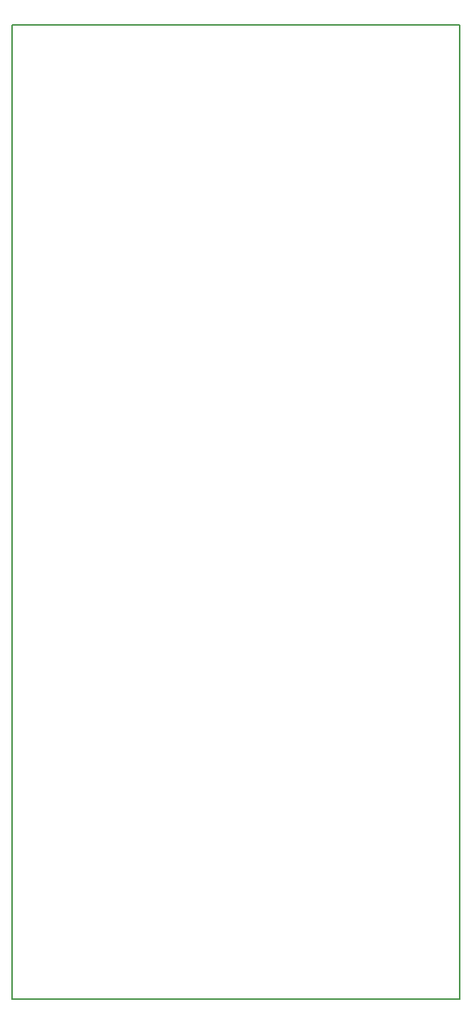
<source format=gbr>
G04 #@! TF.GenerationSoftware,KiCad,Pcbnew,(5.1.6)-1*
G04 #@! TF.CreationDate,2020-12-17T20:47:20-05:00*
G04 #@! TF.ProjectId,atx2,61747832-2e6b-4696-9361-645f70636258,rev?*
G04 #@! TF.SameCoordinates,Original*
G04 #@! TF.FileFunction,Profile,NP*
%FSLAX46Y46*%
G04 Gerber Fmt 4.6, Leading zero omitted, Abs format (unit mm)*
G04 Created by KiCad (PCBNEW (5.1.6)-1) date 2020-12-17 20:47:20*
%MOMM*%
%LPD*%
G01*
G04 APERTURE LIST*
G04 #@! TA.AperFunction,Profile*
%ADD10C,0.150000*%
G04 #@! TD*
G04 APERTURE END LIST*
D10*
X103124000Y-42164000D02*
X103124000Y-151384000D01*
X52832000Y-42164000D02*
X103124000Y-42164000D01*
X52832000Y-151384000D02*
X52832000Y-42164000D01*
X103124000Y-151384000D02*
X52832000Y-151384000D01*
M02*

</source>
